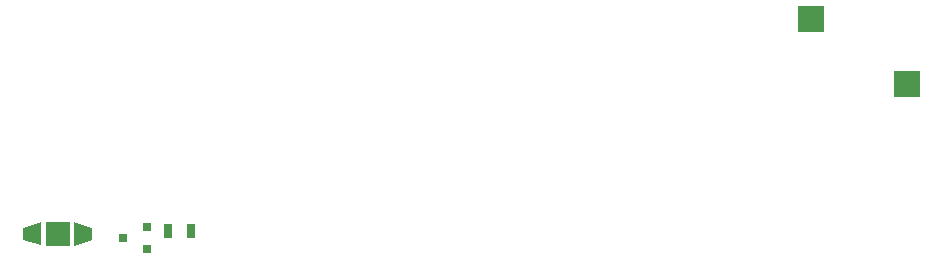
<source format=gbp>
G04 #@! TF.GenerationSoftware,KiCad,Pcbnew,(5.1.9-0-10_14)*
G04 #@! TF.CreationDate,2021-05-05T17:49:58-04:00*
G04 #@! TF.ProjectId,Arducon,41726475-636f-46e2-9e6b-696361645f70,rev?*
G04 #@! TF.SameCoordinates,Original*
G04 #@! TF.FileFunction,Paste,Bot*
G04 #@! TF.FilePolarity,Positive*
%FSLAX46Y46*%
G04 Gerber Fmt 4.6, Leading zero omitted, Abs format (unit mm)*
G04 Created by KiCad (PCBNEW (5.1.9-0-10_14)) date 2021-05-05 17:49:58*
%MOMM*%
%LPD*%
G01*
G04 APERTURE LIST*
%ADD10R,2.235200X2.235200*%
%ADD11R,0.800100X0.800100*%
%ADD12C,0.150000*%
%ADD13R,2.032000X2.032000*%
%ADD14R,0.700000X1.300000*%
G04 APERTURE END LIST*
D10*
X169020000Y-110060000D03*
X160890000Y-104550000D03*
D11*
X102621780Y-123090000D03*
X104620760Y-124040000D03*
X104620760Y-122140000D03*
D12*
G36*
X98487000Y-123742000D02*
G01*
X98487000Y-121718000D01*
X100011000Y-122218000D01*
X100011000Y-123242000D01*
X98487000Y-123742000D01*
G37*
G36*
X95681570Y-121729430D02*
G01*
X95681570Y-123730570D01*
X94180430Y-123230570D01*
X94180430Y-122229430D01*
X95681570Y-121729430D01*
G37*
D13*
X97090000Y-122730000D03*
D14*
X106470000Y-122510000D03*
X108370000Y-122510000D03*
M02*

</source>
